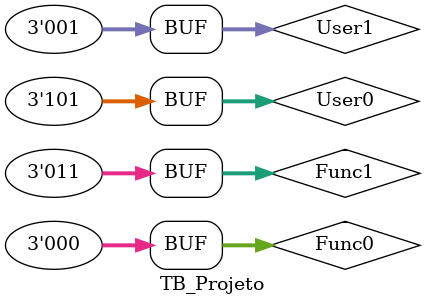
<source format=v>
module projeto(
  CH0, CH1, CH2, CH3, CH4, CH5, CH6, CH7, // chaves
  BTN0, BTN1, BTN2, BTN3, // botoes
  D0, D1, D2, D3, D4, D5, D6, D7, // display
  LED1, LED3, LED4, LED6, // leds
  M1, M2, M3, M4, M5, M6, M7, // matriz de leds
  Col // coluna da matriz de leds
);
  input CH0, CH1, CH2, CH3, CH4, CH5, CH6, CH7; // chaves
  input BTN0, BTN1, BTN2, BTN3; // botoes
  
  output D0, D1, D2, D3, D4, D5, D6, D7; // display
  output M1, M2, M3, M4, M5, M6, M7; // matriz de leds
  output LED1, LED3, LED4, LED6; // leds
  output Col; // coluna da matriz de leds

  // fios
  wire Not_BTN0, Not_BTN1, Not_BTN2, Not_BTN3; // botões funcionam em logica invertida

  wire [2:0] User0, User1;

  wire [2:0] Func0, Func1;
  
  wire [6:0] Matriz0, Matriz1;
  wire [3:0] Leds0, Leds1;

  wire [2:0] UserMenorPrioridade;
  wire [2:0] PrioridadeComp, Prioridade;
  wire ehIgual, ehDiferente;

  // inverte os botoes
  not (Not_BTN0, BTN0);
  not (Not_BTN1, BTN1);
  not (Not_BTN2, BTN2);
  not (Not_BTN3, BTN3);

  and and2 (User0[2], CH0);
  and and1 (User0[1], CH1);
  and and0 (User0[0], CH2);
  
  and and5 (User1[2], CH4);
  and and4 (User1[1], CH5);
  and and3 (User1[0], CH6);

  and and8 (Func0[2], CH3);
  and and7 (Func0[1], Not_BTN0);
  and and6 (Func0[0], Not_BTN1);

  and and11 (Func1[2], CH7);
  and and10 (Func1[1], Not_BTN2);
  and and9 (Func1[0], Not_BTN3);

  // Verifica se os usuários tem a permissão de usar a funcionalidade
  // TODO

  // compara a prioridade dos usuarios
  comparadorDePrioridade comparadorDePrioridade0 (User0, User1, PrioridadeComp, UserMenorPrioridade);
  // se os forem funcionalidades diferentes, ambos executam
  comparadorDeIgualdade comparadorDeIgualdade0 (.A(Func0), .B(Func1), .S(ehIgual));
  // inverte a saida de ehIgual
  not not0 (ehDiferente, ehIgual);

  or or0 (Prioridade[0], PrioridadeComp[0], ehDiferente);
  or or1 (Prioridade[1], PrioridadeComp[1], ehDiferente);

  decodificadorDeFuncionalidade decodificadorDeFuncionalidade0(User0, Func0, Matriz0[6], Matriz0[5], Matriz0[4], Matriz0[3], Matriz0[2], Matriz0[1], Matriz0[0], Leds0[3], Leds0[2], Leds0[1], Leds0[0]);

  decodificadorDeFuncionalidade decodificadorDeFuncionalidade1(User1, Func1, Matriz1[6], Matriz1[5], Matriz1[4], Matriz1[3], Matriz1[2], Matriz1[1], Matriz1[0], Leds1[3], Leds1[2], Leds1[1], Leds1[0]);  

  multiplexadorDeFuncionalidade multiplexadorDeFuncionalidade1(Prioridade, Matriz0[6], Matriz1[6], M7);
  multiplexadorDeFuncionalidade multiplexadorDeFuncionalidade2(Prioridade, Matriz0[5], Matriz1[5], M6);
  multiplexadorDeFuncionalidade multiplexadorDeFuncionalidade3(Prioridade, Matriz0[4], Matriz1[4], M5);
  multiplexadorDeFuncionalidade multiplexadorDeFuncionalidade4(Prioridade, Matriz0[3], Matriz1[3], M4);
  multiplexadorDeFuncionalidade multiplexadorDeFuncionalidade5(Prioridade, Matriz0[2], Matriz1[2], M3);
  multiplexadorDeFuncionalidade multiplexadorDeFuncionalidade6(Prioridade, Matriz0[1], Matriz1[1], M2);
  multiplexadorDeFuncionalidade multiplexadorDeFuncionalidade7(Prioridade, Matriz0[0], Matriz1[0], M1);

  multiplexadorDeFuncionalidade multiplexadorDeFuncionalidade8(Prioridade, Leds0[3], Leds1[3], LED6);
  multiplexadorDeFuncionalidade multiplexadorDeFuncionalidade9(Prioridade, Leds0[2], Leds1[2], LED4);
  multiplexadorDeFuncionalidade multiplexadorDeFuncionalidade10(Prioridade, Leds0[1], Leds1[1], LED3);
  multiplexadorDeFuncionalidade multiplexadorDeFuncionalidade11(Prioridade, Leds0[0], Leds1[0], LED1);

  // define a coluna que será ligada
  assign Col = 1;
endmodule

module TB_Projeto();
  /*
    Os valores correspondentes aos botões funcionam com lógica invertida
    na placa. Porém, para melhor visualização, os valores foram invertidos
    aqui no código.
  */

  reg [2:0] User0, User1;
  reg [2:0] Func0, Func1;

  wire D0, D1, D2, D3, D4, D5, D6, D7; // display
  wire M1, M2, M3, M4, M5, M6, M7; // matriz de leds
  wire LED1, LED3, LED4, LED6; // leds

  projeto projeto(
    User0[2], User0[1], User0[0], Func0[2], User1[2], User1[1], User1[0], Func1[2], // chaves
    ~Func0[1], ~Func0[0], ~Func1[1], ~Func1[0], // botoes
    D0, D1, D2, D3, D4, D5, D6, D7, // display
    LED1, LED3, LED4, LED6, // leds
    M1, M2, M3, M4, M5, M6, M7 // matriz de leds
  );

  initial begin
    // admin - user ; func 1 ; func 1 = m1
    User0 = 101; Func0 = 001; User1 = 001; Func1 = 001; #10;

    // admin - user ; func 2 ; func 1 = led1 e m2
    User0 = 101; Func0 = 010; User1 = 001; Func1 = 001; #10;

    // admin - user ; neutro ; func 1 = led3
    User0 = 101; Func0 = 000; User1 = 001; Func1 = 011; #10;
  end
endmodule

</source>
